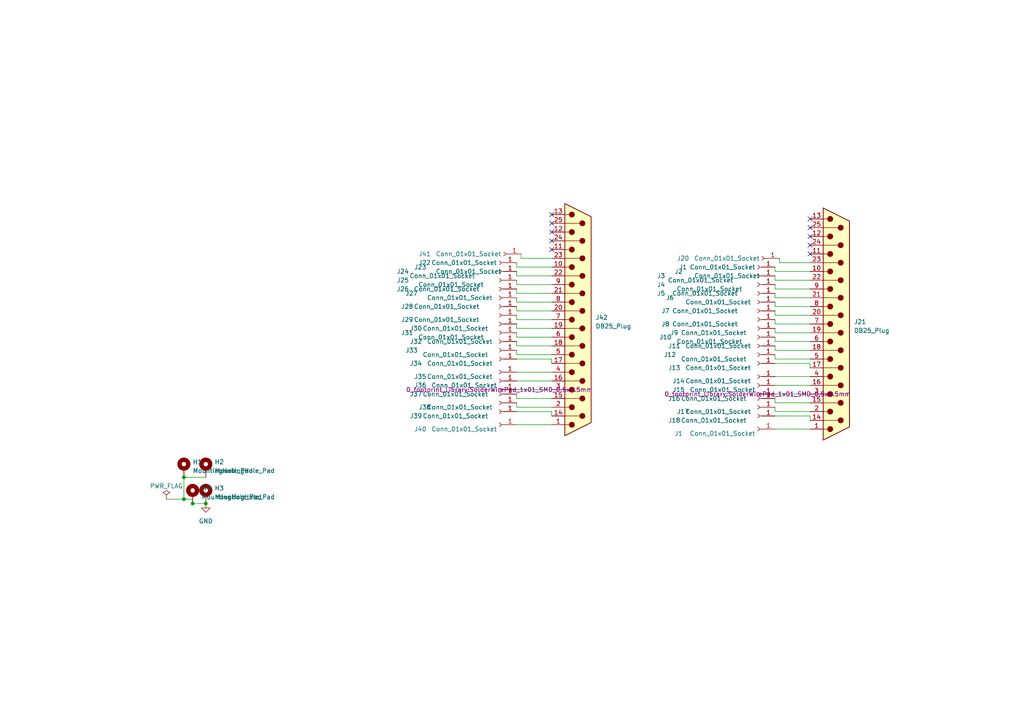
<source format=kicad_sch>
(kicad_sch (version 20230121) (generator eeschema)
  (paper "A4")
  (lib_symbols
    (symbol "Connector:Conn_01x01_Socket" (pin_names (offset 1.016) hide)
      (property "Reference" "J" (at 0 2.54 0))
      (property "Value" "Conn_01x01_Socket" (at 0 -2.54 0))
      (symbol "Conn_01x01_Socket_1_1"
        (polyline (pts (xy -1.27 0) (xy -0.508 0)) (stroke (width 0.1524)))
        (arc (start 0 0.508) (mid -0.5058 0) (end 0 -0.508) (stroke (width 0.1524)))
        (pin passive line (at -5.08 0 0) (length 3.81) (name "Pin_1") (number "1"))
      )
    )
    (symbol "Connector:DB25_Plug" (pin_names (offset 1.016) hide)
      (property "Reference" "J" (at 0 34.29 0))
      (property "Value" "DB25_Plug" (at 0 -34.925 0))
      (symbol "DB25_Plug_0_1"
        (circle (center -1.778 -30.48) (radius 0.762) (fill (type outline)))
        (circle (center -1.778 -25.4) (radius 0.762) (fill (type outline)))
        (circle (center -1.778 -20.32) (radius 0.762) (fill (type outline)))
        (circle (center -1.778 -15.24) (radius 0.762) (fill (type outline)))
        (circle (center -1.778 -10.16) (radius 0.762) (fill (type outline)))
        (circle (center -1.778 -5.08) (radius 0.762) (fill (type outline)))
        (circle (center -1.778 0) (radius 0.762) (fill (type outline)))
        (circle (center -1.778 5.08) (radius 0.762) (fill (type outline)))
        (circle (center -1.778 10.16) (radius 0.762) (fill (type outline)))
        (circle (center -1.778 15.24) (radius 0.762) (fill (type outline)))
        (circle (center -1.778 20.32) (radius 0.762) (fill (type outline)))
        (circle (center -1.778 25.4) (radius 0.762) (fill (type outline)))
        (circle (center -1.778 30.48) (radius 0.762) (fill (type outline)))
        (polyline (pts (xy -3.81 -30.48) (xy -2.54 -30.48)))
        (polyline (pts (xy -3.81 -27.94) (xy 0.508 -27.94)))
        (polyline (pts (xy -3.81 -25.4) (xy -2.54 -25.4)))
        (polyline (pts (xy -3.81 -22.86) (xy 0.508 -22.86)))
        (polyline (pts (xy -3.81 -20.32) (xy -2.54 -20.32)))
        (polyline (pts (xy -3.81 -17.78) (xy 0.508 -17.78)))
        (polyline (pts (xy -3.81 -15.24) (xy -2.54 -15.24)))
        (polyline (pts (xy -3.81 -12.7) (xy 0.508 -12.7)))
        (polyline (pts (xy -3.81 -10.16) (xy -2.54 -10.16)))
        (polyline (pts (xy -3.81 -7.62) (xy 0.508 -7.62)))
        (polyline (pts (xy -3.81 -5.08) (xy -2.54 -5.08)))
        (polyline (pts (xy -3.81 -2.54) (xy 0.508 -2.54)))
        (polyline (pts (xy -3.81 0) (xy -2.54 0)))
        (polyline (pts (xy -3.81 2.54) (xy 0.508 2.54)))
        (polyline (pts (xy -3.81 5.08) (xy -2.54 5.08)))
        (polyline (pts (xy -3.81 7.62) (xy 0.508 7.62)))
        (polyline (pts (xy -3.81 10.16) (xy -2.54 10.16)))
        (polyline (pts (xy -3.81 12.7) (xy 0.508 12.7)))
        (polyline (pts (xy -3.81 15.24) (xy -2.54 15.24)))
        (polyline (pts (xy -3.81 17.78) (xy 0.508 17.78)))
        (polyline (pts (xy -3.81 20.32) (xy -2.54 20.32)))
        (polyline (pts (xy -3.81 22.86) (xy 0.508 22.86)))
        (polyline (pts (xy -3.81 25.4) (xy -2.54 25.4)))
        (polyline (pts (xy -3.81 27.94) (xy 0.508 27.94)))
        (polyline (pts (xy -3.81 30.48) (xy -2.54 30.48)))
        (polyline (pts (xy -3.81 -33.655) (xy 3.81 -29.845) (xy 3.81 29.845) (xy -3.81 33.655) (xy -3.81 -33.655)) (stroke (width 0.254)) (fill (type background)))
        (circle (center 1.27 -27.94) (radius 0.762) (fill (type outline)))
        (circle (center 1.27 -22.86) (radius 0.762) (fill (type outline)))
        (circle (center 1.27 -17.78) (radius 0.762) (fill (type outline)))
        (circle (center 1.27 -12.7) (radius 0.762) (fill (type outline)))
        (circle (center 1.27 -7.62) (radius 0.762) (fill (type outline)))
        (circle (center 1.27 -2.54) (radius 0.762) (fill (type outline)))
        (circle (center 1.27 2.54) (radius 0.762) (fill (type outline)))
        (circle (center 1.27 7.62) (radius 0.762) (fill (type outline)))
        (circle (center 1.27 12.7) (radius 0.762) (fill (type outline)))
        (circle (center 1.27 17.78) (radius 0.762) (fill (type outline)))
        (circle (center 1.27 22.86) (radius 0.762) (fill (type outline)))
        (circle (center 1.27 27.94) (radius 0.762) (fill (type outline)))
      )
      (symbol "DB25_Plug_1_1"
        (pin passive line (at -7.62 -30.48 0) (length 3.81) (name "1") (number "1"))
        (pin passive line (at -7.62 15.24 0) (length 3.81) (name "10") (number "10"))
        (pin passive line (at -7.62 20.32 0) (length 3.81) (name "11") (number "11"))
        (pin passive line (at -7.62 25.4 0) (length 3.81) (name "12") (number "12"))
        (pin passive line (at -7.62 30.48 0) (length 3.81) (name "13") (number "13"))
        (pin passive line (at -7.62 -27.94 0) (length 3.81) (name "P14") (number "14"))
        (pin passive line (at -7.62 -22.86 0) (length 3.81) (name "P15") (number "15"))
        (pin passive line (at -7.62 -17.78 0) (length 3.81) (name "P16") (number "16"))
        (pin passive line (at -7.62 -12.7 0) (length 3.81) (name "P17") (number "17"))
        (pin passive line (at -7.62 -7.62 0) (length 3.81) (name "P18") (number "18"))
        (pin passive line (at -7.62 -2.54 0) (length 3.81) (name "P19") (number "19"))
        (pin passive line (at -7.62 -25.4 0) (length 3.81) (name "2") (number "2"))
        (pin passive line (at -7.62 2.54 0) (length 3.81) (name "P20") (number "20"))
        (pin passive line (at -7.62 7.62 0) (length 3.81) (name "P21") (number "21"))
        (pin passive line (at -7.62 12.7 0) (length 3.81) (name "P22") (number "22"))
        (pin passive line (at -7.62 17.78 0) (length 3.81) (name "P23") (number "23"))
        (pin passive line (at -7.62 22.86 0) (length 3.81) (name "P24") (number "24"))
        (pin passive line (at -7.62 27.94 0) (length 3.81) (name "P25") (number "25"))
        (pin passive line (at -7.62 -20.32 0) (length 3.81) (name "3") (number "3"))
        (pin passive line (at -7.62 -15.24 0) (length 3.81) (name "4") (number "4"))
        (pin passive line (at -7.62 -10.16 0) (length 3.81) (name "5") (number "5"))
        (pin passive line (at -7.62 -5.08 0) (length 3.81) (name "6") (number "6"))
        (pin passive line (at -7.62 0 0) (length 3.81) (name "7") (number "7"))
        (pin passive line (at -7.62 5.08 0) (length 3.81) (name "8") (number "8"))
        (pin passive line (at -7.62 10.16 0) (length 3.81) (name "9") (number "9"))
      )
    )
    (symbol "Mechanical:MountingHole_Pad" (pin_numbers hide) (pin_names (offset 1.016) hide)
      (property "Reference" "H" (at 0 6.35 0))
      (property "Value" "MountingHole_Pad" (at 0 4.445 0))
      (symbol "MountingHole_Pad_0_1"
        (circle (center 0 1.27) (radius 1.27) (stroke (width 1.27)))
      )
      (symbol "MountingHole_Pad_1_1"
        (pin input line (at 0 -2.54 90) (length 2.54) (name "1") (number "1"))
      )
    )
    (symbol "power:GND" (power) (pin_names (offset 0))
      (property "Value" "GND" (at 0 -3.81 0))
      (symbol "GND_0_1"
        (polyline (pts (xy 0 0) (xy 0 -1.27) (xy 1.27 -1.27) (xy 0 -2.54) (xy -1.27 -1.27) (xy 0 -1.27)))
      )
      (symbol "GND_1_1"
        (pin power_in line (at 0 0 270) (length 0) hide (name "GND") (number "1"))
      )
    )
    (symbol "power:PWR_FLAG" (power) (pin_numbers hide) (pin_names (offset 0) hide)
      (property "Value" "PWR_FLAG" (at 0 3.81 0))
      (symbol "PWR_FLAG_0_0"
        (pin power_out line (at 0 0 90) (length 0) (name "pwr") (number "1"))
      )
      (symbol "PWR_FLAG_0_1"
        (polyline (pts (xy 0 0) (xy 0 1.27) (xy -1.016 1.905) (xy 0 2.54) (xy 1.016 1.905) (xy 0 1.27)))
      )
    )
  )
  (junction (at 53.34 138.43))
  (junction (at 59.69 146.05))
  (junction (at 53.34 144.78))
  (junction (at 55.88 146.05))
  (no_connect (at 234.95 73.66))
  (no_connect (at 234.95 71.12))
  (no_connect (at 160.02 69.85))
  (no_connect (at 234.95 66.04))
  (no_connect (at 160.02 62.23))
  (no_connect (at 160.02 64.77))
  (no_connect (at 234.95 68.58))
  (no_connect (at 160.02 72.39))
  (no_connect (at 234.95 63.5))
  (no_connect (at 160.02 67.31))
  (wire (pts (xy 224.79 86.36) (xy 224.79 85.09)))
  (wire (pts (xy 234.95 81.28) (xy 224.79 81.28)))
  (wire (pts (xy 149.86 90.17) (xy 149.86 88.9)))
  (wire (pts (xy 160.02 77.47) (xy 149.86 77.47)))
  (wire (pts (xy 224.79 81.28) (xy 224.79 80.01)))
  (wire (pts (xy 160.02 82.55) (xy 149.86 82.55)))
  (wire (pts (xy 160.02 97.79) (xy 149.86 97.79)))
  (wire (pts (xy 149.86 80.01) (xy 149.86 78.74)))
  (wire (pts (xy 160.02 102.87) (xy 149.86 102.87)))
  (wire (pts (xy 149.86 107.95) (xy 160.02 107.95)))
  (wire (pts (xy 226.06 76.2) (xy 226.06 74.93)))
  (wire (pts (xy 224.79 96.52) (xy 224.79 95.25)))
  (wire (pts (xy 160.02 115.57) (xy 149.86 115.57)))
  (wire (pts (xy 149.86 115.57) (xy 149.86 114.3)))
  (wire (pts (xy 53.34 138.43) (xy 53.34 144.78)))
  (wire (pts (xy 149.86 87.63) (xy 149.86 86.36)))
  (wire (pts (xy 224.79 99.06) (xy 224.79 97.79)))
  (wire (pts (xy 224.79 116.84) (xy 224.79 115.57)))
  (wire (pts (xy 160.02 119.38) (xy 149.86 119.38)))
  (wire (pts (xy 234.95 91.44) (xy 224.79 91.44)))
  (wire (pts (xy 234.95 76.2) (xy 226.06 76.2)))
  (wire (pts (xy 160.02 100.33) (xy 149.86 100.33)))
  (wire (pts (xy 234.95 104.14) (xy 224.79 104.14)))
  (wire (pts (xy 149.86 110.49) (xy 160.02 110.49)))
  (wire (pts (xy 149.86 118.11) (xy 149.86 116.84)))
  (wire (pts (xy 160.02 80.01) (xy 149.86 80.01)))
  (wire (pts (xy 224.79 105.41) (xy 234.95 105.41)))
  (wire (pts (xy 234.95 120.65) (xy 224.79 120.65)))
  (wire (pts (xy 234.95 96.52) (xy 224.79 96.52)))
  (wire (pts (xy 224.79 114.3) (xy 234.95 114.3)))
  (wire (pts (xy 224.79 78.74) (xy 224.79 77.47)))
  (wire (pts (xy 234.95 101.6) (xy 224.79 101.6)))
  (wire (pts (xy 149.86 82.55) (xy 149.86 81.28)))
  (wire (pts (xy 234.95 86.36) (xy 224.79 86.36)))
  (wire (pts (xy 160.02 95.25) (xy 149.86 95.25)))
  (wire (pts (xy 160.02 85.09) (xy 149.86 85.09)))
  (wire (pts (xy 48.26 144.78) (xy 53.34 144.78)))
  (wire (pts (xy 151.13 74.93) (xy 151.13 73.66)))
  (wire (pts (xy 234.95 99.06) (xy 224.79 99.06)))
  (wire (pts (xy 149.86 113.03) (xy 160.02 113.03)))
  (wire (pts (xy 224.79 119.38) (xy 224.79 118.11)))
  (wire (pts (xy 224.79 111.76) (xy 234.95 111.76)))
  (wire (pts (xy 234.95 121.92) (xy 234.95 120.65)))
  (wire (pts (xy 149.86 92.71) (xy 149.86 91.44)))
  (wire (pts (xy 160.02 118.11) (xy 149.86 118.11)))
  (wire (pts (xy 160.02 92.71) (xy 149.86 92.71)))
  (wire (pts (xy 149.86 104.14) (xy 160.02 104.14)))
  (wire (pts (xy 234.95 88.9) (xy 224.79 88.9)))
  (wire (pts (xy 224.79 91.44) (xy 224.79 90.17)))
  (wire (pts (xy 149.86 85.09) (xy 149.86 83.82)))
  (wire (pts (xy 224.79 124.46) (xy 234.95 124.46)))
  (wire (pts (xy 224.79 104.14) (xy 224.79 102.87)))
  (wire (pts (xy 224.79 101.6) (xy 224.79 100.33)))
  (wire (pts (xy 160.02 74.93) (xy 151.13 74.93)))
  (wire (pts (xy 149.86 102.87) (xy 149.86 101.6)))
  (wire (pts (xy 149.86 123.19) (xy 160.02 123.19)))
  (wire (pts (xy 234.95 83.82) (xy 224.79 83.82)))
  (wire (pts (xy 53.34 138.43) (xy 59.69 138.43)))
  (wire (pts (xy 224.79 83.82) (xy 224.79 82.55)))
  (wire (pts (xy 149.86 95.25) (xy 149.86 93.98)))
  (wire (pts (xy 234.95 119.38) (xy 224.79 119.38)))
  (wire (pts (xy 234.95 116.84) (xy 224.79 116.84)))
  (wire (pts (xy 160.02 90.17) (xy 149.86 90.17)))
  (wire (pts (xy 160.02 87.63) (xy 149.86 87.63)))
  (wire (pts (xy 224.79 93.98) (xy 224.79 92.71)))
  (wire (pts (xy 160.02 120.65) (xy 160.02 119.38)))
  (wire (pts (xy 55.88 144.78) (xy 55.88 146.05)))
  (wire (pts (xy 234.95 105.41) (xy 234.95 106.68)))
  (wire (pts (xy 224.79 88.9) (xy 224.79 87.63)))
  (wire (pts (xy 149.86 97.79) (xy 149.86 96.52)))
  (wire (pts (xy 55.88 146.05) (xy 59.69 146.05)))
  (wire (pts (xy 224.79 109.22) (xy 234.95 109.22)))
  (wire (pts (xy 149.86 77.47) (xy 149.86 76.2)))
  (wire (pts (xy 234.95 78.74) (xy 224.79 78.74)))
  (wire (pts (xy 149.86 100.33) (xy 149.86 99.06)))
  (wire (pts (xy 234.95 93.98) (xy 224.79 93.98)))
  (wire (pts (xy 160.02 104.14) (xy 160.02 105.41)))
  (wire (pts (xy 53.34 144.78) (xy 55.88 144.78)))
  (symbol (lib_id "Connector:Conn_01x01_Socket") (at 144.78 119.38 180) (unit 1)
    (property "Reference" "J39" (at 120.65 120.65 0))
    (property "Value" "Conn_01x01_Socket" (at 132.08 120.65 0))
    (property "Footprint" "0_footprint_Library:SolderWirePad_1x01_SMD_0.5x0.5mm" (effects hide))
  )
  (symbol (lib_id "Connector:Conn_01x01_Socket") (at 144.78 116.84 180) (unit 1)
    (property "Reference" "J38" (at 123.19 118.11 0))
    (property "Value" "Conn_01x01_Socket" (at 133.35 118.11 0))
    (property "Footprint" "0_footprint_Library:SolderWirePad_1x01_SMD_0.5x0.5mm" (effects hide))
  )
  (symbol (lib_id "Connector:Conn_01x01_Socket") (at 144.78 99.06 180) (unit 1)
    (property "Reference" "J31" (at 118.11 96.52 0))
    (property "Value" "Conn_01x01_Socket" (at 130.81 97.79 0))
    (property "Footprint" "0_footprint_Library:SolderWirePad_1x01_SMD_0.5x0.5mm" (effects hide))
  )
  (symbol (lib_id "Connector:Conn_01x01_Socket") (at 219.71 109.22 180) (unit 1)
    (property "Reference" "J13" (at 195.58 106.68 0))
    (property "Value" "Conn_01x01_Socket" (at 208.28 106.68 0))
    (property "Footprint" "0_footprint_Library:SolderWirePad_1x01_SMD_0.5x0.5mm" (effects hide))
  )
  (symbol (lib_id "Connector:Conn_01x01_Socket") (at 144.78 86.36 180) (unit 1)
    (property "Reference" "J26" (at 116.84 83.82 0))
    (property "Value" "Conn_01x01_Socket" (at 129.54 83.82 0))
    (property "Footprint" "0_footprint_Library:SolderWirePad_1x01_SMD_0.5x0.5mm" (effects hide))
  )
  (symbol (lib_id "Connector:Conn_01x01_Socket") (at 144.78 78.74 180) (unit 1)
    (property "Reference" "J23" (at 121.92 77.47 0))
    (property "Value" "Conn_01x01_Socket" (at 135.89 78.74 0))
    (property "Footprint" "0_footprint_Library:SolderWirePad_1x01_SMD_0.5x0.5mm" (effects hide))
  )
  (symbol (lib_id "Connector:Conn_01x01_Socket") (at 219.71 80.01 180) (unit 1)
    (property "Reference" "J2" (at 196.85 78.74 0))
    (property "Value" "Conn_01x01_Socket" (at 210.82 80.01 0))
    (property "Footprint" "0_footprint_Library:SolderWirePad_1x01_SMD_0.5x0.5mm" (effects hide))
  )
  (symbol (lib_id "Connector:Conn_01x01_Socket") (at 219.71 95.25 180) (unit 1)
    (property "Reference" "J8" (at 193.04 93.98 0))
    (property "Value" "Conn_01x01_Socket" (at 204.47 93.98 0))
    (property "Footprint" "0_footprint_Library:SolderWirePad_1x01_SMD_0.5x0.5mm" (effects hide))
  )
  (symbol (lib_id "Connector:Conn_01x01_Socket") (at 219.71 82.55 180) (unit 1)
    (property "Reference" "J3" (at 191.77 80.01 0))
    (property "Value" "Conn_01x01_Socket" (at 203.2 81.28 0))
    (property "Footprint" "0_footprint_Library:SolderWirePad_1x01_SMD_0.5x0.5mm" (effects hide))
  )
  (symbol (lib_id "Connector:Conn_01x01_Socket") (at 144.78 83.82 180) (unit 1)
    (property "Reference" "J25" (at 116.84 81.28 0))
    (property "Value" "Conn_01x01_Socket" (at 130.81 82.55 0))
    (property "Footprint" "0_footprint_Library:SolderWirePad_1x01_SMD_0.5x0.5mm" (effects hide))
  )
  (symbol (lib_id "Connector:Conn_01x01_Socket") (at 219.71 102.87 180) (unit 1)
    (property "Reference" "J11" (at 195.58 100.33 0))
    (property "Value" "Conn_01x01_Socket" (at 208.28 100.33 0))
    (property "Footprint" "0_footprint_Library:SolderWirePad_1x01_SMD_0.5x0.5mm" (effects hide))
  )
  (symbol (lib_id "Connector:Conn_01x01_Socket") (at 144.78 88.9 180) (unit 1)
    (property "Reference" "J27" (at 119.38 85.09 0))
    (property "Value" "Conn_01x01_Socket" (at 133.35 86.36 0))
    (property "Footprint" "0_footprint_Library:SolderWirePad_1x01_SMD_0.5x0.5mm" (effects hide))
  )
  (symbol (lib_id "Connector:Conn_01x01_Socket") (at 144.78 113.03 180) (unit 1)
    (property "Reference" "J36" (at 121.92 111.76 0))
    (property "Value" "Conn_01x01_Socket" (at 134.62 111.76 0))
    (property "Footprint" "0_footprint_Library:SolderWirePad_1x01_SMD_0.5x0.5mm" (at 144.78 113.03 0))
  )
  (symbol (lib_id "power:GND") (at 59.69 146.05 0) (unit 1)
    (property "Reference" "#PWR01" (effects hide))
    (property "Value" "GND" (at 59.69 151.13 0))
  )
  (symbol (lib_id "Mechanical:MountingHole_Pad") (at 55.88 143.51 0) (unit 1)
    (property "Reference" "H4" (at 58.42 141.605 0) (effects (justify left)))
    (property "Value" "MountingHole_Pad" (at 58.42 144.145 0) (effects (justify left)))
    (property "Footprint" "0_footprint_Library:MountingHole_3mm_2-56_DIN965_Pad" (effects hide))
  )
  (symbol (lib_id "Connector:Conn_01x01_Socket") (at 144.78 93.98 180) (unit 1)
    (property "Reference" "J29" (at 118.11 92.71 0))
    (property "Value" "Conn_01x01_Socket" (at 129.54 92.71 0))
    (property "Footprint" "0_footprint_Library:SolderWirePad_1x01_SMD_0.5x0.5mm" (effects hide))
  )
  (symbol (lib_id "Connector:Conn_01x01_Socket") (at 219.71 92.71 180) (unit 1)
    (property "Reference" "J7" (at 193.04 90.17 0))
    (property "Value" "Conn_01x01_Socket" (at 204.47 90.17 0))
    (property "Footprint" "0_footprint_Library:SolderWirePad_1x01_SMD_0.5x0.5mm" (effects hide))
  )
  (symbol (lib_id "Connector:Conn_01x01_Socket") (at 144.78 110.49 180) (unit 1)
    (property "Reference" "J35" (at 121.92 109.22 0))
    (property "Value" "Conn_01x01_Socket" (at 133.35 109.22 0))
    (property "Footprint" "0_footprint_Library:SolderWirePad_1x01_SMD_0.5x0.5mm" (effects hide))
  )
  (symbol (lib_id "Mechanical:MountingHole_Pad") (at 53.34 135.89 0) (unit 1)
    (property "Reference" "H1" (at 55.88 133.985 0) (effects (justify left)))
    (property "Value" "MountingHole_Pad" (at 55.88 136.525 0) (effects (justify left)))
    (property "Footprint" "0_footprint_Library:MountingHole_3mm_2-56_DIN965_Pad" (effects hide))
  )
  (symbol (lib_id "Connector:Conn_01x01_Socket") (at 219.71 97.79 180) (unit 1)
    (property "Reference" "J9" (at 195.58 96.52 0))
    (property "Value" "Conn_01x01_Socket" (at 207.01 96.52 0))
    (property "Footprint" "0_footprint_Library:SolderWirePad_1x01_SMD_0.5x0.5mm" (effects hide))
  )
  (symbol (lib_id "Connector:Conn_01x01_Socket") (at 219.71 111.76 180) (unit 1)
    (property "Reference" "J14" (at 196.85 110.49 0))
    (property "Value" "Conn_01x01_Socket" (at 208.28 110.49 0))
    (property "Footprint" "0_footprint_Library:SolderWirePad_1x01_SMD_0.5x0.5mm" (effects hide))
  )
  (symbol (lib_id "Connector:Conn_01x01_Socket") (at 219.71 115.57 180) (unit 1)
    (property "Reference" "J16" (at 195.58 115.57 0))
    (property "Value" "Conn_01x01_Socket" (at 207.01 115.57 0))
    (property "Footprint" "0_footprint_Library:SolderWirePad_1x01_SMD_0.5x0.5mm" (effects hide))
  )
  (symbol (lib_id "Connector:Conn_01x01_Socket") (at 219.71 77.47 180) (unit 1)
    (property "Reference" "J1" (at 198.12 77.47 0))
    (property "Value" "Conn_01x01_Socket" (at 209.55 77.47 0))
    (property "Footprint" "0_footprint_Library:SolderWirePad_1x01_SMD_0.5x0.5mm" (effects hide))
  )
  (symbol (lib_id "Connector:Conn_01x01_Socket") (at 144.78 123.19 180) (unit 1)
    (property "Reference" "J40" (at 121.92 124.46 0))
    (property "Value" "Conn_01x01_Socket" (at 134.62 124.46 0))
    (property "Footprint" "0_footprint_Library:SolderWirePad_1x01_SMD_0.5x0.5mm" (effects hide))
  )
  (symbol (lib_id "Connector:Conn_01x01_Socket") (at 144.78 114.3 180) (unit 1)
    (property "Reference" "J37" (at 120.65 114.3 0))
    (property "Value" "Conn_01x01_Socket" (at 132.08 114.3 0))
    (property "Footprint" "0_footprint_Library:SolderWirePad_1x01_SMD_0.5x0.5mm" (effects hide))
  )
  (symbol (lib_id "Connector:Conn_01x01_Socket") (at 144.78 76.2 180) (unit 1)
    (property "Reference" "J22" (at 123.19 76.2 0))
    (property "Value" "Conn_01x01_Socket" (at 134.62 76.2 0))
    (property "Footprint" "0_footprint_Library:SolderWirePad_1x01_SMD_0.5x0.5mm" (effects hide))
  )
  (symbol (lib_id "Connector:Conn_01x01_Socket") (at 144.78 91.44 180) (unit 1)
    (property "Reference" "J28" (at 118.11 88.9 0))
    (property "Value" "Conn_01x01_Socket" (at 129.54 88.9 0))
    (property "Footprint" "0_footprint_Library:SolderWirePad_1x01_SMD_0.5x0.5mm" (effects hide))
  )
  (symbol (lib_id "Connector:Conn_01x01_Socket") (at 219.71 120.65 180) (unit 1)
    (property "Reference" "J18" (at 195.58 121.92 0))
    (property "Value" "Conn_01x01_Socket" (at 207.01 121.92 0))
    (property "Footprint" "0_footprint_Library:SolderWirePad_1x01_SMD_0.5x0.5mm" (effects hide))
  )
  (symbol (lib_id "Connector:Conn_01x01_Socket") (at 144.78 81.28 180) (unit 1)
    (property "Reference" "J24" (at 116.84 78.74 0))
    (property "Value" "Conn_01x01_Socket" (at 128.27 80.01 0))
    (property "Footprint" "0_footprint_Library:SolderWirePad_1x01_SMD_0.5x0.5mm" (effects hide))
  )
  (symbol (lib_id "Connector:Conn_01x01_Socket") (at 146.05 73.66 180) (unit 1)
    (property "Reference" "J41" (at 123.19 73.66 0))
    (property "Value" "Conn_01x01_Socket" (at 135.89 73.66 0))
    (property "Footprint" "0_footprint_Library:SolderWirePad_1x01_SMD_0.5x0.5mm" (effects hide))
  )
  (symbol (lib_id "Connector:Conn_01x01_Socket") (at 144.78 101.6 180) (unit 1)
    (property "Reference" "J32" (at 120.65 99.06 0))
    (property "Value" "Conn_01x01_Socket" (at 133.35 99.06 0))
    (property "Footprint" "0_footprint_Library:SolderWirePad_1x01_SMD_0.5x0.5mm" (effects hide))
  )
  (symbol (lib_id "Mechanical:MountingHole_Pad") (at 59.69 135.89 0) (unit 1)
    (property "Reference" "H2" (at 62.23 133.985 0) (effects (justify left)))
    (property "Value" "MountingHole_Pad" (at 62.23 136.525 0) (effects (justify left)))
    (property "Footprint" "0_footprint_Library:MountingHole_3mm_2-56_DIN965_Pad" (effects hide))
  )
  (symbol (lib_id "Mechanical:MountingHole_Pad") (at 59.69 143.51 0) (unit 1)
    (property "Reference" "H3" (at 62.23 141.605 0) (effects (justify left)))
    (property "Value" "MountingHole_Pad" (at 62.23 144.145 0) (effects (justify left)))
    (property "Footprint" "0_footprint_Library:MountingHole_3mm_2-56_DIN965_Pad" (effects hide))
  )
  (symbol (lib_id "Connector:DB25_Plug") (at 167.64 92.71 0) (unit 1)
    (property "Reference" "J42" (at 172.72 92.075 0) (effects (justify left)))
    (property "Value" "DB25_Plug" (at 172.72 94.615 0) (effects (justify left)))
    (property "Footprint" "0_footprint_Library:Norcomp-380-025-113L001-microd_Updated" (effects hide))
    (property "Datasheet" " ~" (effects hide))
  )
  (symbol (lib_id "Connector:Conn_01x01_Socket") (at 219.71 114.3 180) (unit 1)
    (property "Reference" "J15" (at 196.85 113.03 0))
    (property "Value" "Conn_01x01_Socket" (at 209.55 113.03 0))
    (property "Footprint" "0_footprint_Library:SolderWirePad_1x01_SMD_0.5x0.5mm" (at 219.71 114.3 0))
  )
  (symbol (lib_id "Connector:Conn_01x01_Socket") (at 219.71 124.46 180) (unit 1)
    (property "Reference" "J1" (at 196.85 125.73 0))
    (property "Value" "Conn_01x01_Socket" (at 209.55 125.73 0))
    (property "Footprint" "0_footprint_Library:SolderWirePad_1x01_SMD_0.5x0.5mm" (effects hide))
  )
  (symbol (lib_id "power:PWR_FLAG") (at 48.26 144.78 0) (unit 1)
    (property "Reference" "#FLG01" (effects hide))
    (property "Value" "PWR_FLAG" (at 48.26 140.97 0))
  )
  (symbol (lib_id "Connector:DB25_Plug") (at 242.57 93.98 0) (unit 1)
    (property "Reference" "J21" (at 247.65 93.345 0) (effects (justify left)))
    (property "Value" "DB25_Plug" (at 247.65 95.885 0) (effects (justify left)))
    (property "Footprint" "0_footprint_Library:Norcomp-380-025-113L001-microd_Updated" (effects hide))
    (property "Datasheet" " ~" (effects hide))
  )
  (symbol (lib_id "Connector:Conn_01x01_Socket") (at 144.78 104.14 180) (unit 1)
    (property "Reference" "J33" (at 119.38 101.6 0))
    (property "Value" "Conn_01x01_Socket" (at 132.08 102.87 0))
    (property "Footprint" "0_footprint_Library:SolderWirePad_1x01_SMD_0.5x0.5mm" (effects hide))
  )
  (symbol (lib_id "Connector:Conn_01x01_Socket") (at 219.71 100.33 180) (unit 1)
    (property "Reference" "J10" (at 193.04 97.79 0))
    (property "Value" "Conn_01x01_Socket" (at 205.74 99.06 0))
    (property "Footprint" "0_footprint_Library:SolderWirePad_1x01_SMD_0.5x0.5mm" (effects hide))
  )
  (symbol (lib_id "Connector:Conn_01x01_Socket") (at 219.71 90.17 180) (unit 1)
    (property "Reference" "J6" (at 194.31 86.36 0))
    (property "Value" "Conn_01x01_Socket" (at 208.28 87.63 0))
    (property "Footprint" "0_footprint_Library:SolderWirePad_1x01_SMD_0.5x0.5mm" (effects hide))
  )
  (symbol (lib_id "Connector:Conn_01x01_Socket") (at 219.71 85.09 180) (unit 1)
    (property "Reference" "J4" (at 191.77 82.55 0))
    (property "Value" "Conn_01x01_Socket" (at 205.74 83.82 0))
    (property "Footprint" "0_footprint_Library:SolderWirePad_1x01_SMD_0.5x0.5mm" (effects hide))
  )
  (symbol (lib_id "Connector:Conn_01x01_Socket") (at 144.78 107.95 180) (unit 1)
    (property "Reference" "J34" (at 120.65 105.41 0))
    (property "Value" "Conn_01x01_Socket" (at 133.35 105.41 0))
    (property "Footprint" "0_footprint_Library:SolderWirePad_1x01_SMD_0.5x0.5mm" (effects hide))
  )
  (symbol (lib_id "Connector:Conn_01x01_Socket") (at 144.78 96.52 180) (unit 1)
    (property "Reference" "J30" (at 120.65 95.25 0))
    (property "Value" "Conn_01x01_Socket" (at 132.08 95.25 0))
    (property "Footprint" "0_footprint_Library:SolderWirePad_1x01_SMD_0.5x0.5mm" (effects hide))
  )
  (symbol (lib_id "Connector:Conn_01x01_Socket") (at 219.71 118.11 180) (unit 1)
    (property "Reference" "J17" (at 198.12 119.38 0))
    (property "Value" "Conn_01x01_Socket" (at 208.28 119.38 0))
    (property "Footprint" "0_footprint_Library:SolderWirePad_1x01_SMD_0.5x0.5mm" (effects hide))
  )
  (symbol (lib_id "Connector:Conn_01x01_Socket") (at 219.71 105.41 180) (unit 1)
    (property "Reference" "J12" (at 194.31 102.87 0))
    (property "Value" "Conn_01x01_Socket" (at 207.01 104.14 0))
    (property "Footprint" "0_footprint_Library:SolderWirePad_1x01_SMD_0.5x0.5mm" (effects hide))
  )
  (symbol (lib_id "Connector:Conn_01x01_Socket") (at 220.98 74.93 180) (unit 1)
    (property "Reference" "J20" (at 198.12 74.93 0))
    (property "Value" "Conn_01x01_Socket" (at 210.82 74.93 0))
    (property "Footprint" "0_footprint_Library:SolderWirePad_1x01_SMD_0.5x0.5mm" (effects hide))
  )
  (symbol (lib_id "Connector:Conn_01x01_Socket") (at 219.71 87.63 180) (unit 1)
    (property "Reference" "J5" (at 191.77 85.09 0))
    (property "Value" "Conn_01x01_Socket" (at 204.47 85.09 0))
    (property "Footprint" "0_footprint_Library:SolderWirePad_1x01_SMD_0.5x0.5mm" (effects hide))
  )
)
</source>
